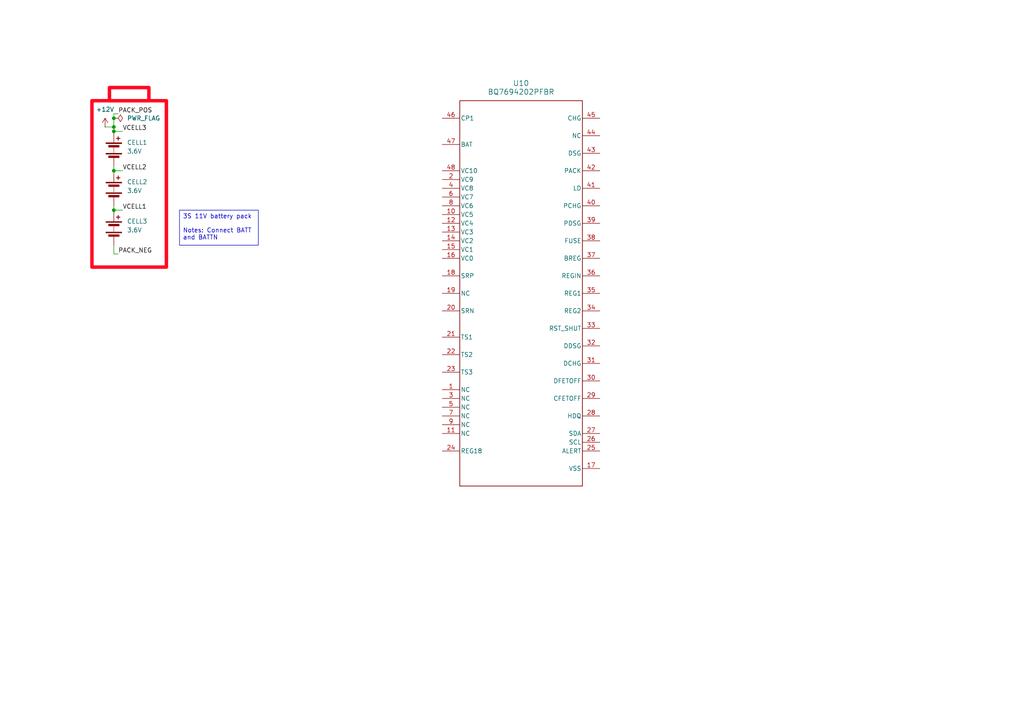
<source format=kicad_sch>
(kicad_sch (version 20231120) (generator "eeschema") (generator_version "8.0")
  (paper "A4")
  (title_block (title "Quincy FMU") (date "2024-09-28") (rev "0") (company "Daniel Enrique Pérez Díaz") (comment 1 "Flight Management Unit for the Quincy Quadcopter project."))
  (lib_symbols
    (symbol "BQ7694202PFBR:BQ7694202PFBR" (pin_names (offset 0.254))
      (property "Reference" "U" (at 0 2.54 0))
      (property "Value" "BQ7694202PFBR" (at 0 0 0))
      (symbol "BQ7694202PFBR_0_1"
        (polyline (pts (xy -17.78 -55.88) (xy 17.78 -55.88)) (stroke (width 0.2032)))
        (polyline (pts (xy -17.78 55.88) (xy -17.78 -55.88)) (stroke (width 0.2032)))
        (polyline (pts (xy 17.78 -55.88) (xy 17.78 55.88)) (stroke (width 0.2032)))
        (polyline (pts (xy 17.78 55.88) (xy -17.78 55.88)) (stroke (width 0.2032)))
        (pin unspecified line (at -22.86 -27.94 0) (length 5.08) (name "NC") (number "1"))
        (pin input line (at -22.86 22.86 0) (length 5.08) (name "VC5") (number "10"))
        (pin unspecified line (at -22.86 -40.64 0) (length 5.08) (name "NC") (number "11"))
        (pin input line (at -22.86 20.32 0) (length 5.08) (name "VC4") (number "12"))
        (pin input line (at -22.86 17.78 0) (length 5.08) (name "VC3") (number "13"))
        (pin input line (at -22.86 15.24 0) (length 5.08) (name "VC2") (number "14"))
        (pin input line (at -22.86 12.7 0) (length 5.08) (name "VC1") (number "15"))
        (pin input line (at -22.86 10.16 0) (length 5.08) (name "VC0") (number "16"))
        (pin power_in line (at 22.86 -50.8 180) (length 5.08) (name "VSS") (number "17"))
        (pin input line (at -22.86 5.08 0) (length 5.08) (name "SRP") (number "18"))
        (pin unspecified line (at -22.86 0 0) (length 5.08) (name "NC") (number "19"))
        (pin input line (at -22.86 33.02 0) (length 5.08) (name "VC9") (number "2"))
        (pin input line (at -22.86 -5.08 0) (length 5.08) (name "SRN") (number "20"))
        (pin bidirectional line (at -22.86 -12.7 0) (length 5.08) (name "TS1") (number "21"))
        (pin bidirectional line (at -22.86 -17.78 0) (length 5.08) (name "TS2") (number "22"))
        (pin bidirectional line (at -22.86 -22.86 0) (length 5.08) (name "TS3") (number "23"))
        (pin power_in line (at -22.86 -45.72 0) (length 5.08) (name "REG18") (number "24"))
        (pin bidirectional line (at 22.86 -45.72 180) (length 5.08) (name "ALERT") (number "25"))
        (pin bidirectional line (at 22.86 -43.18 180) (length 5.08) (name "SCL") (number "26"))
        (pin bidirectional line (at 22.86 -40.64 180) (length 5.08) (name "SDA") (number "27"))
        (pin bidirectional line (at 22.86 -35.56 180) (length 5.08) (name "HDQ") (number "28"))
        (pin bidirectional line (at 22.86 -30.48 180) (length 5.08) (name "CFETOFF") (number "29"))
        (pin unspecified line (at -22.86 -30.48 0) (length 5.08) (name "NC") (number "3"))
        (pin bidirectional line (at 22.86 -25.4 180) (length 5.08) (name "DFETOFF") (number "30"))
        (pin bidirectional line (at 22.86 -20.32 180) (length 5.08) (name "DCHG") (number "31"))
        (pin bidirectional line (at 22.86 -15.24 180) (length 5.08) (name "DDSG") (number "32"))
        (pin input line (at 22.86 -10.16 180) (length 5.08) (name "RST_SHUT") (number "33"))
        (pin power_in line (at 22.86 -5.08 180) (length 5.08) (name "REG2") (number "34"))
        (pin power_in line (at 22.86 0 180) (length 5.08) (name "REG1") (number "35"))
        (pin input line (at 22.86 5.08 180) (length 5.08) (name "REGIN") (number "36"))
        (pin output line (at 22.86 10.16 180) (length 5.08) (name "BREG") (number "37"))
        (pin input line (at 22.86 15.24 180) (length 5.08) (name "FUSE") (number "38"))
        (pin output line (at 22.86 20.32 180) (length 5.08) (name "PDSG") (number "39"))
        (pin input line (at -22.86 30.48 0) (length 5.08) (name "VC8") (number "4"))
        (pin output line (at 22.86 25.4 180) (length 5.08) (name "PCHG") (number "40"))
        (pin bidirectional line (at 22.86 30.48 180) (length 5.08) (name "LD") (number "41"))
        (pin bidirectional line (at 22.86 35.56 180) (length 5.08) (name "PACK") (number "42"))
        (pin output line (at 22.86 40.64 180) (length 5.08) (name "DSG") (number "43"))
        (pin unspecified line (at 22.86 45.72 180) (length 5.08) (name "NC") (number "44"))
        (pin output line (at 22.86 50.8 180) (length 5.08) (name "CHG") (number "45"))
        (pin bidirectional line (at -22.86 50.8 0) (length 5.08) (name "CP1") (number "46"))
        (pin power_in line (at -22.86 43.18 0) (length 5.08) (name "BAT") (number "47"))
        (pin input line (at -22.86 35.56 0) (length 5.08) (name "VC10") (number "48"))
        (pin unspecified line (at -22.86 -33.02 0) (length 5.08) (name "NC") (number "5"))
        (pin input line (at -22.86 27.94 0) (length 5.08) (name "VC7") (number "6"))
        (pin unspecified line (at -22.86 -35.56 0) (length 5.08) (name "NC") (number "7"))
        (pin input line (at -22.86 25.4 0) (length 5.08) (name "VC6") (number "8"))
        (pin unspecified line (at -22.86 -38.1 0) (length 5.08) (name "NC") (number "9"))
      )
    )
    (symbol "Device:Battery" (pin_numbers hide) (pin_names (offset 0) hide)
      (property "Reference" "BT" (at 2.54 2.54 0))
      (property "Value" "Battery" (at 2.54 0 0))
      (symbol "Battery_0_1"
        (rectangle (start -2.286 -1.27) (end 2.286 -1.524) (fill (type outline)))
        (rectangle (start -2.286 1.778) (end 2.286 1.524) (fill (type outline)))
        (rectangle (start -1.524 -2.032) (end 1.524 -2.54) (fill (type outline)))
        (rectangle (start -1.524 1.016) (end 1.524 0.508) (fill (type outline)))
        (polyline (pts (xy 0 -1.016) (xy 0 -0.762)))
        (polyline (pts (xy 0 -0.508) (xy 0 -0.254)))
        (polyline (pts (xy 0 0) (xy 0 0.254)))
        (polyline (pts (xy 0 1.778) (xy 0 2.54)))
        (polyline (pts (xy 0.762 3.048) (xy 1.778 3.048)) (stroke (width 0.254)))
        (polyline (pts (xy 1.27 3.556) (xy 1.27 2.54)) (stroke (width 0.254)))
      )
      (symbol "Battery_1_1"
        (pin passive line (at 0 5.08 270) (length 2.54) (name "+") (number "1"))
        (pin passive line (at 0 -5.08 90) (length 2.54) (name "-") (number "2"))
      )
    )
    (symbol "power:+12V" (power) (pin_numbers hide) (pin_names (offset 0) hide)
      (property "Value" "+12V" (at 0 3.556 0))
      (symbol "+12V_0_1"
        (polyline (pts (xy -0.762 1.27) (xy 0 2.54)))
        (polyline (pts (xy 0 0) (xy 0 2.54)))
        (polyline (pts (xy 0 2.54) (xy 0.762 1.27)))
      )
      (symbol "+12V_1_1"
        (pin power_in line (at 0 0 90) (length 0) (name "~") (number "1"))
      )
    )
    (symbol "power:PWR_FLAG" (power) (pin_numbers hide) (pin_names (offset 0) hide)
      (property "Value" "PWR_FLAG" (at 0 3.81 0))
      (symbol "PWR_FLAG_0_0"
        (pin power_out line (at 0 0 90) (length 0) (name "~") (number "1"))
      )
      (symbol "PWR_FLAG_0_1"
        (polyline (pts (xy 0 0) (xy 0 1.27) (xy -1.016 1.905) (xy 0 2.54) (xy 1.016 1.905) (xy 0 1.27)))
      )
    )
  )
  (junction (at 33.02 49.53))
  (junction (at 33.02 60.96))
  (junction (at 33.02 36.83))
  (junction (at 33.02 38.1))
  (junction (at 33.02 34.29))
  (wire (pts (xy 33.02 36.83) (xy 33.02 38.1)))
  (wire (pts (xy 33.02 34.29) (xy 33.02 36.83)))
  (wire (pts (xy 33.02 48.26) (xy 33.02 49.53)))
  (wire (pts (xy 33.02 49.53) (xy 35.56 49.53)))
  (wire (pts (xy 33.02 38.1) (xy 35.56 38.1)))
  (wire (pts (xy 33.02 33.02) (xy 33.02 34.29)))
  (wire (pts (xy 34.29 33.02) (xy 33.02 33.02)))
  (wire (pts (xy 30.48 36.83) (xy 33.02 36.83)))
  (wire (pts (xy 33.02 59.69) (xy 33.02 60.96)))
  (wire (pts (xy 34.29 73.66) (xy 33.02 73.66)))
  (wire (pts (xy 33.02 73.66) (xy 33.02 71.12)))
  (wire (pts (xy 33.02 60.96) (xy 35.56 60.96)))
  (rectangle (start 26.67 29.21) (end 48.26 77.47) (stroke (width 1) (color 255 7 31 1)))
  (rectangle (start 31.75 25.4) (end 43.18 29.21) (stroke (width 1) (color 255 7 31 1)))
  (text_box "3S 11V battery pack\n\nNotes: Connect BATT and BATTN" (at 52.07 60.96 0) (size 22.86 10.16) (effects (font (size 1.27 1.27)) (justify left top)))
  (label "VCELL1" (at 35.56 60.96 0))
  (label "VCELL2" (at 35.56 49.53 0))
  (label "VCELL3" (at 35.56 38.1 0))
  (label "PACK_POS" (at 34.29 33.02 0))
  (label "PACK_NEG" (at 34.29 73.66 0))
  (symbol (lib_id "Device:Battery") (at 33.02 43.18 0) (unit 1)
    (property "Reference" "CELL1" (at 36.83 41.3384 0) (effects (justify left)))
    (property "Value" "3.6V" (at 36.83 43.8784 0) (effects (justify left)))
    (property "Description" "Multiple-cell battery" (effects (hide yes)))
  )
  (symbol (lib_id "power:+12V") (at 30.48 36.83 0) (unit 1)
    (property "Reference" "#PWR024" (effects (hide yes)))
    (property "Value" "+12V" (at 30.48 31.75 0))
    (property "Description" "Power symbol creates a global label with name \"+12V\"" (effects (hide yes)))
  )
  (symbol (lib_id "Device:Battery") (at 33.02 66.04 0) (unit 1)
    (property "Reference" "CELL3" (at 36.83 64.1984 0) (effects (justify left)))
    (property "Value" "3.6V" (at 36.83 66.7384 0) (effects (justify left)))
    (property "Description" "Multiple-cell battery" (effects (hide yes)))
  )
  (symbol (lib_id "Device:Battery") (at 33.02 54.61 0) (unit 1)
    (property "Reference" "CELL2" (at 36.83 52.7684 0) (effects (justify left)))
    (property "Value" "3.6V" (at 36.83 55.3084 0) (effects (justify left)))
    (property "Description" "Multiple-cell battery" (effects (hide yes)))
  )
  (symbol (lib_id "power:PWR_FLAG") (at 33.02 34.29 270) (unit 1)
    (property "Reference" "#FLG01" (effects (hide yes)))
    (property "Value" "PWR_FLAG" (at 36.83 34.2899 90) (effects (justify left)))
    (property "Description" "Special symbol for telling ERC where power comes from" (effects (hide yes)))
  )
  (symbol (lib_id "BQ7694202PFBR:BQ7694202PFBR") (at 151.13 85.09 0) (unit 1)
    (property "Reference" "U10" (at 151.13 24.13 0) (effects (font (size 1.524 1.524))))
    (property "Value" "BQ7694202PFBR" (at 151.13 26.67 0) (effects (font (size 1.524 1.524))))
    (property "Footprint" "PFB0048A_N" (effects (hide yes)))
    (property "Datasheet" "BQ7694202PFBR" (effects (hide yes)))
  )
)
</source>
